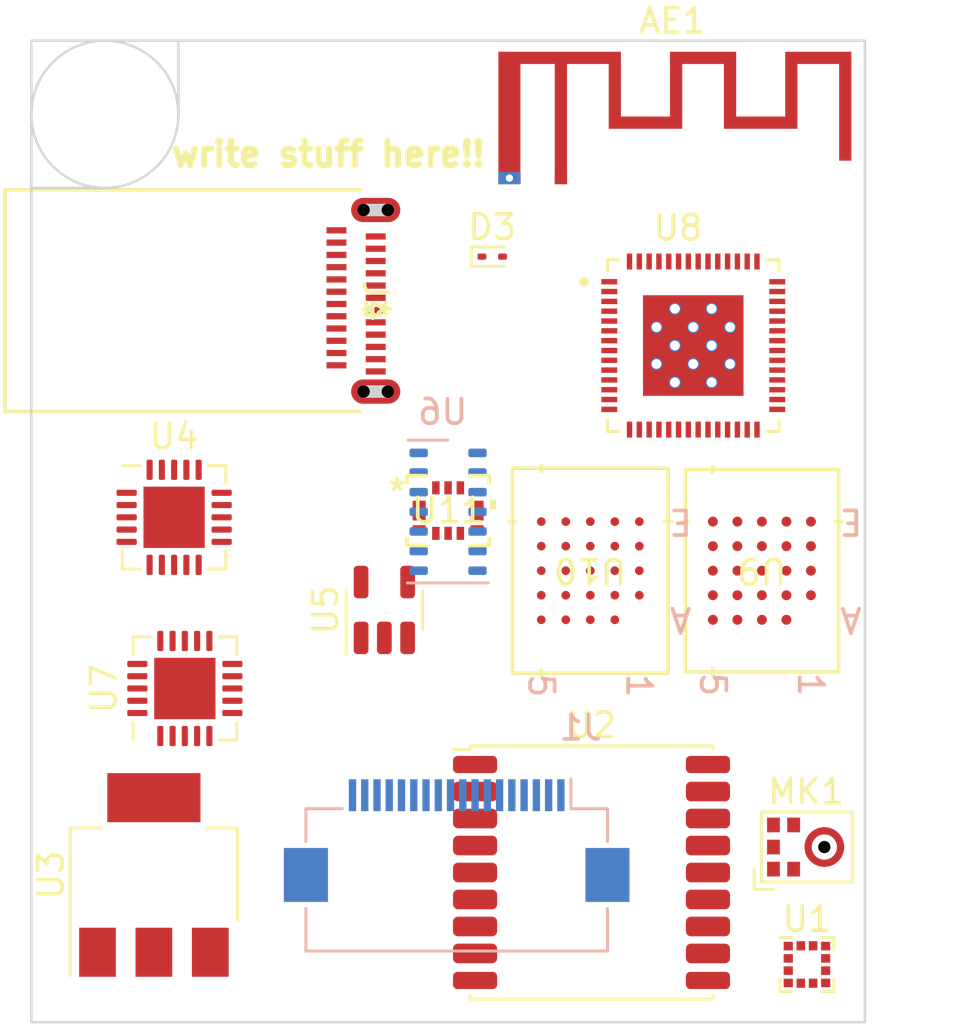
<source format=kicad_pcb>
(kicad_pcb (version 20221018) (generator pcbnew)
  (layers (0 "F.Cu" signal) (31 "B.Cu" signal) (34 "B.Paste" user) (35 "F.Paste" user) (36 "B.SilkS" user "B.Silkscreen") (37 "F.SilkS" user "F.Silkscreen") (38 "B.Mask" user) (39 "F.Mask" user) (44 "Edge.Cuts" user))
  (net 0 "")
  (net 18 "GND")
  (net 19 "+3V3")
  (net 21 "/MIC_WS")
  (net 26 "/MIC_SCK")
  (net 27 "/MIC_SD")
  (net 28 "/UART_MISO")
  (net 29 "Net-(U4-3V3OUT)")
  (net 30 "/UART_MOSI")
  (net 34 "/I2C1_SCL")
  (net 37 "/I2C1_SDA")
  (net 38 "Net-(U4-USBDP)")
  (net 39 "Net-(U5-BP)")
  (net 40 "+1V8")
  (net 60 "/SPI3_")
  (net 61 "/SPI2_")
  (net 66 "/HBT_INT")
  (net 68 "Net-(U1-C1)")
  (net 69 "Net-(U4-USBDM)")
  (net 70 "+BATT")
  (net 71 "+5V")
  (net 72 "Net-(U7-THERM)")
  (net 73 "Net-(J3-Pin_1)")
  (net 74 "Net-(U7-~{PG})")
  (net 75 "/BAT_STAT2")
  (net 76 "/BAT_STAT1")
  (net 77 "Net-(U7-PROG3)")
  (net 78 "Net-(U7-PROG1)")
  (net 79 "/SPI2_CS0")
  (net 80 "/GPIO39")
  (net 81 "/GPIO40")
  (net 90 "/GPIO41")
  (net 91 "/GPIO42")
  (net 100 "/IMU_Wakeup")
  (net 101 "/IMU_INT2")
  (net 107 "/ANT")
  (net 108 "Net-(U8-LNA_IN)")
  (net 109 "Net-(U8-CHIP_PU)")
  (net 110 "/MEM_CS1")
  (net 111 "/MEM_CS0")
  (net 112 "/MEM_CLK")
  (net 118 "/MEM_D3")
  (net 119 "/MEM_D2")
  (net 120 "/MEM_D1")
  (net 121 "/MEM_D0")
  (net 122 "/MEM_D4")
  (net 123 "/MEM_D5")
  (net 124 "/MEM_D6")
  (net 125 "/MEM_D7")
  (net 126 "/MEM_DQS")
  (net 133 "VMEM")
  (net 134 "Net-(U8-U0TXD)")
  (net 135 "Net-(U9-RESET#)")
  (net 136 "Net-(U8-VDD3P3)")
  (net 137 "Net-(U8-SPIHD)")
  (net 138 "Net-(U8-SPIWP)")
  (net 139 "Net-(U8-SPICLK)")
  (net 140 "Net-(U8-SPIQ)")
  (net 141 "Net-(U8-SPID)")
  (net 142 "/GPIO48")
  (net 143 "/GPIO47")
  (net 144 "Net-(U8-GPIO33)")
  (net 145 "Net-(U8-GPIO34)")
  (net 146 "Net-(U8-GPIO35)")
  (net 147 "Net-(U8-GPIO36)")
  (net 148 "Net-(U8-GPIO37)")
  (net 149 "/GPIO_45")
  (net 150 "Net-(U10-RESET#)")
  (net 154 "Net-(J4-CC1)")
  (net 155 "/USB_DP")
  (net 156 "/USB_DM")
  (net 162 "Net-(J4-CC2)")
  (footprint "Package_DFN_QFN:QFN-20-1EP_4x4mm_P0.5mm_EP2.5x2.5mm" (layer "F.Cu") (at 106.225 87.825)
    (fp_text reference "U4" (at 0 -3.3) (layer "F.SilkS"))
    (fp_text value "FT231XQ")
    (fp_line (start -2.11 2.11) (end -2.11 1.385) (stroke (width 0.12)) (layer "F.SilkS"))
    (fp_line (start -1.385 -2.11) (end -2.11 -2.11) (stroke (width 0.12)) (layer "F.SilkS"))
    (fp_line (start -1.385 2.11) (end -2.11 2.11) (stroke (width 0.12)) (layer "F.SilkS"))
    (fp_line (start 1.385 -2.11) (end 2.11 -2.11) (stroke (width 0.12)) (layer "F.SilkS"))
    (fp_line (start 1.385 2.11) (end 2.11 2.11) (stroke (width 0.12)) (layer "F.SilkS"))
    (fp_line (start 2.11 -2.11) (end 2.11 -1.385) (stroke (width 0.12)) (layer "F.SilkS"))
    (fp_line (start 2.11 2.11) (end 2.11 1.385) (stroke (width 0.12)) (layer "F.SilkS"))
    (pad "1" smd roundrect (at -1.9375 -1) (size 0.825 0.25) (layers "F.Cu" "F.Paste" "F.Mask") (net 28 "/UART_MISO"))
    (pad "2" smd roundrect (at -1.9375 -0.5) (size 0.825 0.25) (layers "F.Cu" "F.Paste" "F.Mask"))
    (pad "3" smd roundrect (at -1.9375 0) (size 0.825 0.25) (layers "F.Cu" "F.Paste" "F.Mask") (net 18 "GND"))
    (pad "4" smd roundrect (at -1.9375 0.5) (size 0.825 0.25) (layers "F.Cu" "F.Paste" "F.Mask"))
    (pad "5" smd roundrect (at -1.9375 1) (size 0.825 0.25) (layers "F.Cu" "F.Paste" "F.Mask"))
    (pad "6" smd roundrect (at -1 1.9375) (size 0.25 0.825) (layers "F.Cu" "F.Paste" "F.Mask"))
    (pad "7" smd roundrect (at -0.5 1.9375) (size 0.25 0.825) (layers "F.Cu" "F.Paste" "F.Mask"))
    (pad "8" smd roundrect (at 0 1.9375) (size 0.25 0.825) (layers "F.Cu" "F.Paste" "F.Mask") (net 38 "Net-(U4-USBDP)"))
    (pad "9" smd roundrect (at 0.5 1.9375) (size 0.25 0.825) (layers "F.Cu" "F.Paste" "F.Mask") (net 69 "Net-(U4-USBDM)"))
    (pad "10" smd roundrect (at 1 1.9375) (size 0.25 0.825) (layers "F.Cu" "F.Paste" "F.Mask") (net 29 "Net-(U4-3V3OUT)"))
    (pad "11" smd roundrect (at 1.9375 1) (size 0.825 0.25) (layers "F.Cu" "F.Paste" "F.Mask") (net 29 "Net-(U4-3V3OUT)"))
    (pad "12" smd roundrect (at 1.9375 0.5) (size 0.825 0.25) (layers "F.Cu" "F.Paste" "F.Mask") (net 71 "+5V"))
    (pad "13" smd roundrect (at 1.9375 0) (size 0.825 0.25) (layers "F.Cu" "F.Paste" "F.Mask") (net 18 "GND"))
    (pad "14" smd roundrect (at 1.9375 -0.5) (size 0.825 0.25) (layers "F.Cu" "F.Paste" "F.Mask"))
    (pad "15" smd roundrect (at 1.9375 -1) (size 0.825 0.25) (layers "F.Cu" "F.Paste" "F.Mask"))
    (pad "16" smd roundrect (at 1 -1.9375) (size 0.25 0.825) (layers "F.Cu" "F.Paste" "F.Mask"))
    (pad "17" smd roundrect (at 0.5 -1.9375) (size 0.25 0.825) (layers "F.Cu" "F.Paste" "F.Mask") (net 30 "/UART_MOSI"))
    (pad "18" smd roundrect (at 0 -1.9375) (size 0.25 0.825) (layers "F.Cu" "F.Paste" "F.Mask"))
    (pad "19" smd roundrect (at -0.5 -1.9375) (size 0.25 0.825) (layers "F.Cu" "F.Paste" "F.Mask"))
    (pad "20" smd roundrect (at -1 -1.9375) (size 0.25 0.825) (layers "F.Cu" "F.Paste" "F.Mask") (net 29 "Net-(U4-3V3OUT)"))
    (pad "21" smd rect (at 0 0) (size 2.5 2.5) (layers "F.Cu" "F.Mask") (net 18 "GND"))
  )
  (footprint "S80KS5123GABHI020:PG-BGA-24-801" (layer "F.Cu") (at 130.2 90 180)
    (fp_text reference "U9" (at 0 0 180 unlocked) (layer "F.SilkS"))
    (fp_text value "S80KS5123GABHI020")
    (fp_text user "E" (at -3.6322 2 180 unlocked) (layer "B.SilkS"))
    (fp_text user "A" (at -3.6322 -2 180 unlocked) (layer "B.SilkS"))
    (fp_text user "5" (at 2 -4.6355 270 unlocked) (layer "B.SilkS"))
    (fp_text user "1" (at -2 -4.6355 270 unlocked) (layer "B.SilkS"))
    (fp_text user "1" (at -2 -4.6355 270 unlocked) (layer "F.SilkS"))
    (fp_text user "5" (at 2 -4.6355 270 unlocked) (layer "F.SilkS"))
    (fp_text user "A" (at -3.6322 -2 180 unlocked) (layer "F.SilkS"))
    (fp_text user "E" (at -3.6322 2 180 unlocked) (layer "F.SilkS"))
    (fp_line (start -3.1242 -4.1275) (end -3.1242 4.1275) (stroke (width 0.1524)) (layer "F.SilkS"))
    (fp_line (start -3.1242 4.1275) (end 3.1242 4.1275) (stroke (width 0.1524)) (layer "F.SilkS"))
    (fp_line (start -2.9972 1.999996) (end -3.2512 1.999996) (stroke (width 0.1524)) (layer "F.SilkS"))
    (fp_line (start 1.999996 -4.0005) (end 1.999996 -4.2545) (stroke (width 0.1524)) (layer "F.SilkS"))
    (fp_line (start 1.999996 4.0005) (end 1.999996 4.2545) (stroke (width 0.1524)) (layer "F.SilkS"))
    (fp_line (start 2.9972 1.999996) (end 3.2512 1.999996) (stroke (width 0.1524)) (layer "F.SilkS"))
    (fp_line (start 3.1242 -4.1275) (end -3.1242 -4.1275) (stroke (width 0.1524)) (layer "F.SilkS"))
    (fp_line (start 3.1242 4.1275) (end 3.1242 -4.1275) (stroke (width 0.1524)) (layer "F.SilkS"))
    (pad "A2" smd circle (at -1 -2 180) (size 0.4064 0.4064) (layers "F.Cu" "F.Paste" "F.Mask"))
    (pad "A3" smd circle (at 0 -2 180) (size 0.4064 0.4064) (layers "F.Cu" "F.Paste" "F.Mask") (net 110 "/MEM_CS1"))
    (pad "A4" smd circle (at 1 -2 180) (size 0.4064 0.4064) (layers "F.Cu" "F.Paste" "F.Mask") (net 135 "Net-(U9-RESET#)"))
    (pad "A5" smd circle (at 2 -2 180) (size 0.4064 0.4064) (layers "F.Cu" "F.Paste" "F.Mask"))
    (pad "B1" smd circle (at -2 -1 180) (size 0.4064 0.4064) (layers "F.Cu" "F.Paste" "F.Mask") (net 18 "GND"))
    (pad "B2" smd circle (at -1 -1 180) (size 0.4064 0.4064) (layers "F.Cu" "F.Paste" "F.Mask") (net 112 "/MEM_CLK"))
    (pad "B3" smd circle (at 0 -1 180) (size 0.4064 0.4064) (layers "F.Cu" "F.Paste" "F.Mask") (net 18 "GND"))
    (pad "B4" smd circle (at 1 -1 180) (size 0.4064 0.4064) (layers "F.Cu" "F.Paste" "F.Mask") (net 133 "VMEM"))
    (pad "B5" smd circle (at 2 -1 180) (size 0.4064 0.4064) (layers "F.Cu" "F.Paste" "F.Mask"))
    (pad "C1" smd circle (at -2 0 180) (size 0.4064 0.4064) (layers "F.Cu" "F.Paste" "F.Mask") (net 18 "GND"))
    (pad "C2" smd circle (at -1 0 180) (size 0.4064 0.4064) (layers "F.Cu" "F.Paste" "F.Mask"))
    (pad "C3" smd circle (at 0 0 180) (size 0.4064 0.4064) (layers "F.Cu" "F.Paste" "F.Mask") (net 126 "/MEM_DQS"))
    (pad "C4" smd circle (at 1 0 180) (size 0.4064 0.4064) (layers "F.Cu" "F.Paste" "F.Mask") (net 119 "/MEM_D2"))
    (pad "C5" smd circle (at 2 0 180) (size 0.4064 0.4064) (layers "F.Cu" "F.Paste" "F.Mask"))
    (pad "D1" smd circle (at -2 1 180) (size 0.4064 0.4064) (layers "F.Cu" "F.Paste" "F.Mask") (net 133 "VMEM"))
    (pad "D2" smd circle (at -1 1 180) (size 0.4064 0.4064) (layers "F.Cu" "F.Paste" "F.Mask") (net 120 "/MEM_D1"))
    (pad "D3" smd circle (at 0 1 180) (size 0.4064 0.4064) (layers "F.Cu" "F.Paste" "F.Mask") (net 121 "/MEM_D0"))
    (pad "D4" smd circle (at 1 1 180) (size 0.4064 0.4064) (layers "F.Cu" "F.Paste" "F.Mask") (net 118 "/MEM_D3"))
    (pad "D5" smd circle (at 2 1 180) (size 0.4064 0.4064) (layers "F.Cu" "F.Paste" "F.Mask") (net 122 "/MEM_D4"))
    (pad "E1" smd circle (at -2 2 180) (size 0.4064 0.4064) (layers "F.Cu" "F.Paste" "F.Mask") (net 125 "/MEM_D7"))
    (pad "E2" smd circle (at -1 2 180) (size 0.4064 0.4064) (layers "F.Cu" "F.Paste" "F.Mask") (net 124 "/MEM_D6"))
    (pad "E3" smd circle (at 0 2 180) (size 0.4064 0.4064) (layers "F.Cu" "F.Paste" "F.Mask") (net 123 "/MEM_D5"))
    (pad "E4" smd circle (at 1 2 180) (size 0.4064 0.4064) (layers "F.Cu" "F.Paste" "F.Mask") (net 133 "VMEM"))
    (pad "E5" smd circle (at 2 2 180) (size 0.4064 0.4064) (layers "F.Cu" "F.Paste" "F.Mask") (net 18 "GND"))
  )
  (footprint "Package_TO_SOT_SMD:SOT-223-3_TabPin2" (layer "F.Cu") (at 105.4 102.4 90)
    (fp_text reference "U3" (at 0 -4.2 90) (layer "F.SilkS"))
    (fp_text value "AMS1117-3.3")
    (fp_line (start -4.1 -3.41) (end 1.91 -3.41) (stroke (width 0.12)) (layer "F.SilkS"))
    (fp_line (start -1.85 3.41) (end 1.91 3.41) (stroke (width 0.12)) (layer "F.SilkS"))
    (fp_line (start 1.91 -3.41) (end 1.91 -2.15) (stroke (width 0.12)) (layer "F.SilkS"))
    (fp_line (start 1.91 3.41) (end 1.91 2.15) (stroke (width 0.12)) (layer "F.SilkS"))
    (pad "1" smd rect (at -3.15 -2.3 90) (size 2 1.5) (layers "F.Cu" "F.Paste" "F.Mask") (net 18 "GND"))
    (pad "2" smd rect (at -3.15 0 90) (size 2 1.5) (layers "F.Cu" "F.Paste" "F.Mask") (net 19 "+3V3"))
    (pad "2" smd rect (at 3.15 0 90) (size 2 3.8) (layers "F.Cu" "F.Paste" "F.Mask") (net 19 "+3V3"))
    (pad "3" smd rect (at -3.15 2.3 90) (size 2 1.5) (layers "F.Cu" "F.Paste" "F.Mask") (net 70 "+BATT"))
  )
  (footprint "MX25UM51245G:CSP24_6X8X1.2_MAC" (layer "F.Cu") (at 123.2 90 180)
    (fp_text reference "U10" (at 0 0 180 unlocked) (layer "F.SilkS"))
    (fp_text value "MX25LM51245GXDI00")
    (fp_text user "E" (at -3.683 2 180 unlocked) (layer "B.SilkS"))
    (fp_text user "A" (at -3.683 -2 180 unlocked) (layer "B.SilkS"))
    (fp_text user "5" (at 2 -4.6863 270 unlocked) (layer "B.SilkS"))
    (fp_text user "1" (at -2 -4.6863 270 unlocked) (layer "B.SilkS"))
    (fp_text user "A" (at -3.683 -2 180 unlocked) (layer "F.SilkS"))
    (fp_text user "E" (at -3.683 2 180 unlocked) (layer "F.SilkS"))
    (fp_text user "5" (at 2 -4.6863 270 unlocked) (layer "F.SilkS"))
    (fp_text user "1" (at -2 -4.6863 270 unlocked) (layer "F.SilkS"))
    (fp_line (start -3.175 -4.1783) (end -3.175 4.1783) (stroke (width 0.1524)) (layer "F.SilkS"))
    (fp_line (start -3.175 4.1783) (end 3.175 4.1783) (stroke (width 0.1524)) (layer "F.SilkS"))
    (fp_line (start -3.048 1.999996) (end -3.302 1.999996) (stroke (width 0.1524)) (layer "F.SilkS"))
    (fp_line (start 1.999996 -4.0513) (end 1.999996 -4.3053) (stroke (width 0.1524)) (layer "F.SilkS"))
    (fp_line (start 1.999996 4.0513) (end 1.999996 4.3053) (stroke (width 0.1524)) (layer "F.SilkS"))
    (fp_line (start 3.048 1.999996) (end 3.302 1.999996) (stroke (width 0.1524)) (layer "F.SilkS"))
    (fp_line (start 3.175 -4.1783) (end -3.175 -4.1783) (stroke (width 0.1524)) (layer "F.SilkS"))
    (fp_line (start 3.175 4.1783) (end 3.175 -4.1783) (stroke (width 0.1524)) (layer "F.SilkS"))
    (pad "A2" smd circle (at -1 -2 180) (size 0.3556 0.3556) (layers "F.Cu" "F.Paste" "F.Mask"))
    (pad "A3" smd circle (at 0 -2 180) (size 0.3556 0.3556) (layers "F.Cu" "F.Paste" "F.Mask"))
    (pad "A4" smd circle (at 1 -2 180) (size 0.3556 0.3556) (layers "F.Cu" "F.Paste" "F.Mask") (net 150 "Net-(U10-RESET#)"))
    (pad "A5" smd circle (at 2 -2 180) (size 0.3556 0.3556) (layers "F.Cu" "F.Paste" "F.Mask"))
    (pad "B1" smd circle (at -2 -1 180) (size 0.3556 0.3556) (layers "F.Cu" "F.Paste" "F.Mask"))
    (pad "B2" smd circle (at -1 -1 180) (size 0.3556 0.3556) (layers "F.Cu" "F.Paste" "F.Mask") (net 112 "/MEM_CLK"))
    (pad "B3" smd circle (at 0 -1 180) (size 0.3556 0.3556) (layers "F.Cu" "F.Paste" "F.Mask") (net 18 "GND"))
    (pad "B4" smd circle (at 1 -1 180) (size 0.3556 0.3556) (layers "F.Cu" "F.Paste" "F.Mask") (net 133 "VMEM"))
    (pad "B5" smd circle (at 2 -1 180) (size 0.3556 0.3556) (layers "F.Cu" "F.Paste" "F.Mask"))
    (pad "C1" smd circle (at -2 0 180) (size 0.3556 0.3556) (layers "F.Cu" "F.Paste" "F.Mask") (net 18 "GND"))
    (pad "C2" smd circle (at -1 0 180) (size 0.3556 0.3556) (layers "F.Cu" "F.Paste" "F.Mask") (net 111 "/MEM_CS0"))
    (pad "C3" smd circle (at 0 0 180) (size 0.3556 0.3556) (layers "F.Cu" "F.Paste" "F.Mask") (net 126 "/MEM_DQS"))
    (pad "C4" smd circle (at 1 0 180) (size 0.3556 0.3556) (layers "F.Cu" "F.Paste" "F.Mask") (net 119 "/MEM_D2"))
    (pad "C5" smd circle (at 2 0 180) (size 0.3556 0.3556) (layers "F.Cu" "F.Paste" "F.Mask"))
    (pad "D1" smd circle (at -2 1 180) (size 0.3556 0.3556) (layers "F.Cu" "F.Paste" "F.Mask") (net 133 "VMEM"))
    (pad "D2" smd circle (at -1 1 180) (size 0.3556 0.3556) (layers "F.Cu" "F.Paste" "F.Mask") (net 120 "/MEM_D1"))
    (pad "D3" smd circle (at 0 1 180) (size 0.3556 0.3556) (layers "F.Cu" "F.Paste" "F.Mask") (net 121 "/MEM_D0"))
    (pad "D4" smd circle (at 1 1 180) (size 0.3556 0.3556) (layers "F.Cu" "F.Paste" "F.Mask") (net 118 "/MEM_D3"))
    (pad "D5" smd circle (at 2 1 180) (size 0.3556 0.3556) (layers "F.Cu" "F.Paste" "F.Mask") (net 122 "/MEM_D4"))
    (pad "E1" smd circle (at -2 2 180) (size 0.3556 0.3556) (layers "F.Cu" "F.Paste" "F.Mask") (net 125 "/MEM_D7"))
    (pad "E2" smd circle (at -1 2 180) (size 0.3556 0.3556) (layers "F.Cu" "F.Paste" "F.Mask") (net 124 "/MEM_D6"))
    (pad "E3" smd circle (at 0 2 180) (size 0.3556 0.3556) (layers "F.Cu" "F.Paste" "F.Mask") (net 123 "/MEM_D5"))
    (pad "E4" smd circle (at 1 2 180) (size 0.3556 0.3556) (layers "F.Cu" "F.Paste" "F.Mask") (net 133 "VMEM"))
    (pad "E5" smd circle (at 2 2 180) (size 0.3556 0.3556) (layers "F.Cu" "F.Paste" "F.Mask") (net 18 "GND"))
  )
  (footprint "Sensor_Audio:InvenSense_ICS-43434-6_3.5x2.65mm" (layer "F.Cu") (at 132.036 101.2625 90)
    (fp_text reference "MK1" (at 2.2625 -0.036 unlocked) (layer "F.SilkS"))
    (fp_text value "ICS-43434")
    (fp_line (start -1.725 -2.15) (end -1.725 -1.35) (stroke (width 0.12)) (layer "F.SilkS"))
    (fp_line (start -0.925 -2.15) (end -1.725 -2.15) (stroke (width 0.12)) (layer "F.SilkS"))
    (fp_rect (start -1.425 -1.85) (end 1.425 1.85) (stroke (width 0.12)) (fill none) (layer "F.SilkS"))
    (pad "" np_thru_hole circle (at 0 0.71 90) (size 0.5 0.5) (drill 0.5) (layers "*.Mask"))
    (pad "1" smd rect (at -0.9 -1.364 90) (size 0.6 0.522) (layers "F.Cu" "F.Mask") (net 21 "/MIC_WS"))
    (pad "2" smd rect (at -0.9 -0.542 90) (size 0.6 0.522) (layers "F.Cu" "F.Mask") (net 18 "GND"))
    (pad "3" smd custom (at 0.6625 0.71 180) (size 0.3 0.3) (layers "F.Cu" "F.Mask") (net 18 "GND") (options (clearance outline) (anchor circle)) (primitives (gr_circle (center 0 -0.6625) (end 0.6625 -0.6625) (width 0.3) (fill none))))
    (pad "4" smd rect (at 0.9 -0.542 90) (size 0.6 0.522) (layers "F.Cu" "F.Mask") (net 26 "/MIC_SCK"))
    (pad "5" smd rect (at 0.9 -1.364 90) (size 0.6 0.522) (layers "F.Cu" "F.Mask") (net 19 "+3V3"))
    (pad "6" smd rect (at 0 -1.364 90) (size 0.6 0.522) (layers "F.Cu" "F.Mask") (net 27 "/MIC_SD"))
  )
  (footprint "ESP32-S3:IC_ESP32-S3" (layer "F.Cu") (at 127.4 80.825)
    (fp_text reference "U8" (at -0.625 -4.8) (layer "F.SilkS"))
    (fp_text value "ESP32-S3")
    (fp_line (start -3.5 -3.5) (end -3.5 -3.03) (stroke (width 0.127)) (layer "F.SilkS"))
    (fp_line (start -3.5 -3.5) (end -3.03 -3.5) (stroke (width 0.127)) (layer "F.SilkS"))
    (fp_line (start -3.5 3.5) (end -3.5 3.03) (stroke (width 0.127)) (layer "F.SilkS"))
    (fp_line (start -3.5 3.5) (end -3.03 3.5) (stroke (width 0.127)) (layer "F.SilkS"))
    (fp_line (start 3.5 -3.5) (end 3.03 -3.5) (stroke (width 0.127)) (layer "F.SilkS"))
    (fp_line (start 3.5 -3.5) (end 3.5 -3.03) (stroke (width 0.127)) (layer "F.SilkS"))
    (fp_line (start 3.5 3.5) (end 3.03 3.5) (stroke (width 0.127)) (layer "F.SilkS"))
    (fp_line (start 3.5 3.5) (end 3.5 3.03) (stroke (width 0.127)) (layer "F.SilkS"))
    (fp_circle (center -4.455 -2.6) (end -4.355 -2.6) (stroke (width 0.2)) (fill none) (layer "F.SilkS"))
    (pad "1" smd rect (at -3.425 -2.6) (size 0.65 0.22) (layers "F.Cu" "F.Paste") (net 108 "Net-(U8-LNA_IN)"))
    (pad "2" smd rect (at -3.425 -2.2) (size 0.65 0.22) (layers "F.Cu" "F.Paste") (net 136 "Net-(U8-VDD3P3)"))
    (pad "3" smd rect (at -3.425 -1.8) (size 0.65 0.22) (layers "F.Cu" "F.Paste") (net 136 "Net-(U8-VDD3P3)"))
    (pad "4" smd rect (at -3.425 -1.4) (size 0.65 0.22) (layers "F.Cu" "F.Paste") (net 109 "Net-(U8-CHIP_PU)"))
    (pad "5" smd rect (at -3.425 -1) (size 0.65 0.22) (layers "F.Cu" "F.Paste"))
    (pad "6" smd rect (at -3.425 -0.6) (size 0.65 0.22) (layers "F.Cu" "F.Paste"))
    (pad "7" smd rect (at -3.425 -0.2) (size 0.65 0.22) (layers "F.Cu" "F.Paste") (net 34 "/I2C1_SCL"))
    (pad "8" smd rect (at -3.425 0.2) (size 0.65 0.22) (layers "F.Cu" "F.Paste") (net 37 "/I2C1_SDA"))
    (pad "9" smd rect (at -3.425 0.6) (size 0.65 0.22) (layers "F.Cu" "F.Paste") (net 60 "/SPI3_"))
    (pad "10" smd rect (at -3.425 1) (size 0.65 0.22) (layers "F.Cu" "F.Paste") (net 60 "/SPI3_"))
    (pad "11" smd rect (at -3.425 1.4) (size 0.65 0.22) (layers "F.Cu" "F.Paste") (net 60 "/SPI3_"))
    (pad "12" smd rect (at -3.425 1.8) (size 0.65 0.22) (layers "F.Cu" "F.Paste") (net 60 "/SPI3_"))
    (pad "13" smd rect (at -3.425 2.2) (size 0.65 0.22) (layers "F.Cu" "F.Paste"))
    (pad "14" smd rect (at -3.425 2.6) (size 0.65 0.22) (layers "F.Cu" "F.Paste") (net 61 "/SPI2_"))
    (pad "15" smd rect (at -2.6 3.425) (size 0.22 0.65) (layers "F.Cu" "F.Paste") (net 79 "/SPI2_CS0"))
    (pad "16" smd rect (at -2.2 3.425) (size 0.22 0.65) (layers "F.Cu" "F.Paste") (net 61 "/SPI2_"))
    (pad "17" smd rect (at -1.8 3.425) (size 0.22 0.65) (layers "F.Cu" "F.Paste") (net 61 "/SPI2_"))
    (pad "18" smd rect (at -1.4 3.425) (size 0.22 0.65) (layers "F.Cu" "F.Paste") (net 61 "/SPI2_"))
    (pad "19" smd rect (at -1 3.425) (size 0.22 0.65) (layers "F.Cu" "F.Paste") (net 61 "/SPI2_"))
    (pad "20" smd rect (at -0.6 3.425) (size 0.22 0.65) (layers "F.Cu" "F.Paste") (net 19 "+3V3"))
    (pad "21" smd rect (at -0.2 3.425) (size 0.22 0.65) (layers "F.Cu" "F.Paste"))
    (pad "22" smd rect (at 0.2 3.425) (size 0.22 0.65) (layers "F.Cu" "F.Paste"))
    (pad "23" smd rect (at 0.6 3.425) (size 0.22 0.65) (layers "F.Cu" "F.Paste"))
    (pad "24" smd rect (at 1 3.425) (size 0.22 0.65) (layers "F.Cu" "F.Paste"))
    (pad "25" smd rect (at 1.4 3.425) (size 0.22 0.65) (layers "F.Cu" "F.Paste"))
    (pad "26" smd rect (at 1.8 3.425) (size 0.22 0.65) (layers "F.Cu" "F.Paste"))
    (pad "27" smd rect (at 2.2 3.425) (size 0.22 0.65) (layers "F.Cu" "F.Paste"))
    (pad "28" smd rect (at 2.6 3.425) (size 0.22 0.65) (layers "F.Cu" "F.Paste") (net 110 "/MEM_CS1"))
    (pad "29" smd rect (at 3.425 2.6) (size 0.65 0.22) (layers "F.Cu" "F.Paste") (net 133 "VMEM"))
    (pad "30" smd rect (at 3.425 2.2) (size 0.65 0.22) (layers "F.Cu" "F.Paste") (net 137 "Net-(U8-SPIHD)"))
    (pad "31" smd rect (at 3.425 1.8) (size 0.65 0.22) (layers "F.Cu" "F.Paste") (net 138 "Net-(U8-SPIWP)"))
    (pad "32" smd rect (at 3.425 1.4) (size 0.65 0.22) (layers "F.Cu" "F.Paste") (net 111 "/MEM_CS0"))
    (pad "33" smd rect (at 3.425 1) (size 0.65 0.22) (layers "F.Cu" "F.Paste") (net 139 "Net-(U8-SPICLK)"))
    (pad "34" smd rect (at 3.425 0.6) (size 0.65 0.22) (layers "F.Cu" "F.Paste") (net 140 "Net-(U8-SPIQ)"))
    (pad "35" smd rect (at 3.425 0.2) (size 0.65 0.22) (layers "F.Cu" "F.Paste") (net 141 "Net-(U8-SPID)"))
    (pad "36" smd rect (at 3.425 -0.2) (size 0.65 0.22) (layers "F.Cu" "F.Paste") (net 142 "/GPIO48"))
    (pad "37" smd rect (at 3.425 -0.6) (size 0.65 0.22) (layers "F.Cu" "F.Paste") (net 143 "/GPIO47"))
    (pad "38" smd rect (at 3.425 -1) (size 0.65 0.22) (layers "F.Cu" "F.Paste") (net 144 "Net-(U8-GPIO33)"))
    (pad "39" smd rect (at 3.425 -1.4) (size 0.65 0.22) (layers "F.Cu" "F.Paste") (net 145 "Net-(U8-GPIO34)"))
    (pad "40" smd rect (at 3.425 -1.8) (size 0.65 0.22) (layers "F.Cu" "F.Paste") (net 146 "Net-(U8-GPIO35)"))
    (pad "41" smd rect (at 3.425 -2.2) (size 0.65 0.22) (layers "F.Cu" "F.Paste") (net 147 "Net-(U8-GPIO36)"))
    (pad "42" smd rect (at 3.425 -2.6) (size 0.65 0.22) (layers "F.Cu" "F.Paste") (net 148 "Net-(U8-GPIO37)"))
    (pad "43" smd rect (at 2.6 -3.425) (size 0.22 0.65) (layers "F.Cu" "F.Paste"))
    (pad "44" smd rect (at 2.2 -3.425) (size 0.22 0.65) (layers "F.Cu" "F.Paste") (net 80 "/GPIO39"))
    (pad "45" smd rect (at 1.8 -3.425) (size 0.22 0.65) (layers "F.Cu" "F.Paste") (net 81 "/GPIO40"))
    (pad "46" smd rect (at 1.4 -3.425) (size 0.22 0.65) (layers "F.Cu" "F.Paste") (net 19 "+3V3"))
    (pad "47" smd rect (at 1 -3.425) (size 0.22 0.65) (layers "F.Cu" "F.Paste") (net 90 "/GPIO41"))
    (pad "48" smd rect (at 0.6 -3.425) (size 0.22 0.65) (layers "F.Cu" "F.Paste") (net 91 "/GPIO42"))
    (pad "49" smd rect (at 0.2 -3.425) (size 0.22 0.65) (layers "F.Cu" "F.Paste") (net 134 "Net-(U8-U0TXD)"))
    (pad "50" smd rect (at -0.2 -3.425) (size 0.22 0.65) (layers "F.Cu" "F.Paste") (net 30 "/UART_MOSI"))
    (pad "51" smd rect (at -0.6 -3.425) (size 0.22 0.65) (layers "F.Cu" "F.Paste") (net 149 "/GPIO_45"))
    (pad "52" smd rect (at -1 -3.425) (size 0.22 0.65) (layers "F.Cu" "F.Paste"))
    (pad "53" smd rect (at -1.4 -3.425) (size 0.22 0.65) (layers "F.Cu" "F.Paste"))
    (pad "54" smd rect (at -1.8 -3.425) (size 0.22 0.65) (layers "F.Cu" "F.Paste"))
    (pad "55" smd rect (at -2.2 -3.425) (size 0.22 0.65) (layers "F.Cu" "F.Paste") (net 19 "+3V3"))
    (pad "56" smd rect (at -2.6 -3.425) (size 0.22 0.65) (layers "F.Cu" "F.Paste") (net 19 "+3V3"))
    (pad "57" smd rect (at 0 0) (size 4.1 4.1) (layers "F.Cu" "F.Mask") (net 18 "GND"))
    (pad "58" thru_hole circle (at -0.75 -1.5) (size 0.5 0.5) (drill 0.4) (layers "*.Cu"))
    (pad "59" thru_hole circle (at 0.75 -1.5) (size 0.5 0.5) (drill 0.4) (layers "*.Cu"))
    (pad "60" thru_hole circle (at -1.5 -0.75) (size 0.5 0.5) (drill 0.4) (layers "*.Cu"))
    (pad "61" thru_hole circle (at 0 -0.75) (size 0.5 0.5) (drill 0.4) (layers "*.Cu"))
    (pad "62" thru_hole circle (at 1.5 -0.75) (size 0.5 0.5) (drill 0.4) (layers "*.Cu"))
    (pad "63" thru_hole circle (at -0.75 0) (size 0.5 0.5) (drill 0.4) (layers "*.Cu"))
    (pad "64" thru_hole circle (at 0.75 0) (size 0.5 0.5) (drill 0.4) (layers "*.Cu"))
    (pad "65" thru_hole circle (at -1.5 0.75) (size 0.5 0.5) (drill 0.4) (layers "*.Cu"))
    (pad "66" thru_hole circle (at 0 0.75) (size 0.5 0.5) (drill 0.4) (layers "*.Cu"))
    (pad "67" thru_hole circle (at 1.5 0.75) (size 0.5 0.5) (drill 0.4) (layers "*.Cu"))
    (pad "68" thru_hole circle (at -0.75 1.5) (size 0.5 0.5) (drill 0.4) (layers "*.Cu"))
    (pad "69" thru_hole circle (at 0.75 1.5) (size 0.5 0.5) (drill 0.4) (layers "*.Cu"))
  )
  (footprint "LSM6DSV16XTR:LGA14L_LSM6_STM" (layer "F.Cu") (at 117.4 87.549937)
    (fp_text reference "U11" (at 0 0 unlocked) (layer "F.SilkS"))
    (fp_text value "LSM6DSV16XTR")
    (fp_text user "*" (at -2.0828 -0.750189) (layer "F.SilkS"))
    (fp_text user "*" (at -2.0828 -0.750189 unlocked) (layer "F.SilkS"))
    (fp_line (start -1.6764 -1.4224) (end -1.6764 -1.14437) (stroke (width 0.1524)) (layer "F.SilkS"))
    (fp_line (start -1.6764 1.14437) (end -1.6764 1.4224) (stroke (width 0.1524)) (layer "F.SilkS"))
    (fp_line (start -1.6764 1.4224) (end -0.894307 1.4224) (stroke (width 0.1524)) (layer "F.SilkS"))
    (fp_line (start -0.894307 -1.4224) (end -1.6764 -1.4224) (stroke (width 0.1524)) (layer "F.SilkS"))
    (fp_line (start 0.894307 1.4224) (end 1.6764 1.4224) (stroke (width 0.1524)) (layer "F.SilkS"))
    (fp_line (start 1.6764 -1.4224) (end 0.894307 -1.4224) (stroke (width 0.1524)) (layer "F.SilkS"))
    (fp_line (start 1.6764 -1.14437) (end 1.6764 -1.4224) (stroke (width 0.1524)) (layer "F.SilkS"))
    (fp_line (start 1.6764 1.4224) (end 1.6764 1.14437) (stroke (width 0.1524)) (layer "F.SilkS"))
    (fp_poly (pts (xy 1.9558 -0.440563) (xy 1.9558 -0.059563) (xy 1.7018 -0.059563) (xy 1.7018 -0.440563)) (fill solid) (layer "F.SilkS"))
    (pad "1" smd rect (at -1.1811 -0.750189 90) (size 0.3048 0.5334) (layers "F.Cu" "F.Paste" "F.Mask"))
    (pad "2" smd rect (at -1.1811 -0.250063 90) (size 0.3048 0.5334) (layers "F.Cu" "F.Paste" "F.Mask"))
    (pad "3" smd rect (at -1.1811 0.250063 90) (size 0.3048 0.5334) (layers "F.Cu" "F.Paste" "F.Mask"))
    (pad "4" smd rect (at -1.1811 0.750189 90) (size 0.3048 0.5334) (layers "F.Cu" "F.Paste" "F.Mask") (net 100 "/IMU_Wakeup"))
    (pad "5" smd rect (at -0.500126 0.9271) (size 0.3048 0.5334) (layers "F.Cu" "F.Paste" "F.Mask") (net 19 "+3V3"))
    (pad "6" smd rect (at 0 0.9271) (size 0.3048 0.5334) (layers "F.Cu" "F.Paste" "F.Mask") (net 18 "GND"))
    (pad "7" smd rect (at 0.500126 0.9271) (size 0.3048 0.5334) (layers "F.Cu" "F.Paste" "F.Mask") (net 18 "GND"))
    (pad "8" smd rect (at 1.1811 0.750189 90) (size 0.3048 0.5334) (layers "F.Cu" "F.Paste" "F.Mask") (net 19 "+3V3"))
    (pad "9" smd rect (at 1.1811 0.250063 90) (size 0.3048 0.5334) (layers "F.Cu" "F.Paste" "F.Mask") (net 101 "/IMU_INT2"))
    (pad "10" smd rect (at 1.1811 -0.250063 90) (size 0.3048 0.5334) (layers "F.Cu" "F.Paste" "F.Mask"))
    (pad "11" smd rect (at 1.1811 -0.750189 90) (size 0.3048 0.5334) (layers "F.Cu" "F.Paste" "F.Mask"))
    (pad "12" smd rect (at 0.500126 -0.9271) (size 0.3048 0.5334) (layers "F.Cu" "F.Paste" "F.Mask"))
    (pad "13" smd rect (at 0 -0.9271) (size 0.3048 0.5334) (layers "F.Cu" "F.Paste" "F.Mask"))
    (pad "14" smd rect (at -0.500126 -0.9271) (size 0.3048 0.5334) (layers "F.Cu" "F.Paste" "F.Mask"))
  )
  (footprint "Diode_SMD:D_SOD-923" (layer "F.Cu") (at 119.2 77.2)
    (fp_text reference "D3" (at 0 -1.2) (layer "F.SilkS"))
    (fp_text value "ESD9B5.0ST5G")
    (fp_line (start -0.86 -0.4) (end -0.86 0.4) (stroke (width 0.12)) (layer "F.SilkS"))
    (fp_line (start 0.5 -0.4) (end -0.86 -0.4) (stroke (width 0.12)) (layer "F.SilkS"))
    (fp_line (start 0.5 0.4) (end -0.86 0.4) (stroke (width 0.12)) (layer "F.SilkS"))
    (pad "1" smd roundrect (at -0.42 0 180) (size 0.36 0.25) (layers "F.Cu" "F.Paste" "F.Mask") (net 71 "+5V"))
    (pad "2" smd roundrect (at 0.42 0 180) (size 0.36 0.25) (layers "F.Cu" "F.Paste" "F.Mask") (net 18 "GND"))
  )
  (footprint "RF_GPS:ublox_MAX" (layer "F.Cu") (at 123.25 102.3)
    (fp_text reference "U2" (at 0 -6) (layer "F.SilkS"))
    (fp_text value "MAX-M10M")
    (fp_line (start -5.65 -5.01) (end -4.96 -5.01) (stroke (width 0.12)) (layer "F.SilkS"))
    (fp_line (start -4.96 -5.16) (end -4.96 -5.01) (stroke (width 0.12)) (layer "F.SilkS"))
    (fp_line (start -4.96 -5.16) (end 4.96 -5.16) (stroke (width 0.12)) (layer "F.SilkS"))
    (fp_line (start -4.96 5.01) (end -4.96 5.16) (stroke (width 0.12)) (layer "F.SilkS"))
    (fp_line (start -4.96 5.16) (end 4.96 5.16) (stroke (width 0.12)) (layer "F.SilkS"))
    (fp_line (start 4.96 -5.16) (end 4.96 -5.01) (stroke (width 0.12)) (layer "F.SilkS"))
    (fp_line (start 4.96 5.01) (end 4.96 5.16) (stroke (width 0.12)) (layer "F.SilkS"))
    (pad "1" smd roundrect (at -4.75 -4.4) (size 1.8 0.7) (layers "F.Cu" "F.Paste" "F.Mask") (net 18 "GND"))
    (pad "2" smd roundrect (at -4.75 -3.3) (size 1.8 0.8) (layers "F.Cu" "F.Paste" "F.Mask"))
    (pad "3" smd roundrect (at -4.75 -2.2) (size 1.8 0.8) (layers "F.Cu" "F.Paste" "F.Mask"))
    (pad "4" smd roundrect (at -4.75 -1.1) (size 1.8 0.8) (layers "F.Cu" "F.Paste" "F.Mask"))
    (pad "5" smd roundrect (at -4.75 0) (size 1.8 0.8) (layers "F.Cu" "F.Paste" "F.Mask"))
    (pad "6" smd roundrect (at -4.75 1.1) (size 1.8 0.8) (layers "F.Cu" "F.Paste" "F.Mask"))
    (pad "7" smd roundrect (at -4.75 2.2) (size 1.8 0.8) (layers "F.Cu" "F.Paste" "F.Mask") (net 19 "+3V3"))
    (pad "8" smd roundrect (at -4.75 3.3) (size 1.8 0.8) (layers "F.Cu" "F.Paste" "F.Mask") (net 19 "+3V3"))
    (pad "9" smd roundrect (at -4.75 4.4) (size 1.8 0.7) (layers "F.Cu" "F.Paste" "F.Mask"))
    (pad "10" smd roundrect (at 4.75 4.4) (size 1.8 0.7) (layers "F.Cu" "F.Paste" "F.Mask") (net 18 "GND"))
    (pad "11" smd roundrect (at 4.75 3.3) (size 1.8 0.8) (layers "F.Cu" "F.Paste" "F.Mask"))
    (pad "12" smd roundrect (at 4.75 2.2) (size 1.8 0.8) (layers "F.Cu" "F.Paste" "F.Mask") (net 18 "GND"))
    (pad "13" smd roundrect (at 4.75 1.1) (size 1.8 0.8) (layers "F.Cu" "F.Paste" "F.Mask"))
    (pad "14" smd roundrect (at 4.75 0) (size 1.8 0.8) (layers "F.Cu" "F.Paste" "F.Mask"))
    (pad "15" smd roundrect (at 4.75 -1.1) (size 1.8 0.8) (layers "F.Cu" "F.Paste" "F.Mask"))
    (pad "16" smd roundrect (at 4.75 -2.2) (size 1.8 0.8) (layers "F.Cu" "F.Paste" "F.Mask"))
    (pad "17" smd roundrect (at 4.75 -3.3) (size 1.8 0.8) (layers "F.Cu" "F.Paste" "F.Mask"))
    (pad "18" smd roundrect (at 4.75 -4.4) (size 1.8 0.7) (layers "F.Cu" "F.Paste" "F.Mask"))
  )
  (footprint "Package_DFN_QFN:QFN-20-1EP_4x4mm_P0.5mm_EP2.5x2.5mm" (layer "F.Cu") (at 106.6625 94.8 90)
    (fp_text reference "U7" (at 0 -3.3 90) (layer "F.SilkS"))
    (fp_text value "MCP73871-2AA")
    (fp_line (start -2.11 2.11) (end -2.11 1.385) (stroke (width 0.12)) (layer "F.SilkS"))
    (fp_line (start -1.385 -2.11) (end -2.11 -2.11) (stroke (width 0.12)) (layer "F.SilkS"))
    (fp_line (start -1.385 2.11) (end -2.11 2.11) (stroke (width 0.12)) (layer "F.SilkS"))
    (fp_line (start 1.385 -2.11) (end 2.11 -2.11) (stroke (width 0.12)) (layer "F.SilkS"))
    (fp_line (start 1.385 2.11) (end 2.11 2.11) (stroke (width 0.12)) (layer "F.SilkS"))
    (fp_line (start 2.11 -2.11) (end 2.11 -1.385) (stroke (width 0.12)) (layer "F.SilkS"))
    (fp_line (start 2.11 2.11) (end 2.11 1.385) (stroke (width 0.12)) (layer "F.SilkS"))
    (pad "1" smd roundrect (at -1.9375 -1 90) (size 0.825 0.25) (layers "F.Cu" "F.Paste" "F.Mask") (net 70 "+BATT"))
    (pad "2" smd roundrect (at -1.9375 -0.5 90) (size 0.825 0.25) (layers "F.Cu" "F.Paste" "F.Mask") (net 71 "+5V"))
    (pad "3" smd roundrect (at -1.9375 0 90) (size 0.825 0.25) (layers "F.Cu" "F.Paste" "F.Mask") (net 18 "GND"))
    (pad "4" smd roundrect (at -1.9375 0.5 90) (size 0.825 0.25) (layers "F.Cu" "F.Paste" "F.Mask") (net 40 "+1V8"))
    (pad "5" smd roundrect (at -1.9375 1 90) (size 0.825 0.25) (layers "F.Cu" "F.Paste" "F.Mask") (net 72 "Net-(U7-THERM)"))
    (pad "6" smd roundrect (at -1 1.9375 90) (size 0.25 0.825) (layers "F.Cu" "F.Paste" "F.Mask") (net 74 "Net-(U7-~{PG})"))
    (pad "7" smd roundrect (at -0.5 1.9375 90) (size 0.25 0.825) (layers "F.Cu" "F.Paste" "F.Mask") (net 75 "/BAT_STAT2"))
    (pad "8" smd roundrect (at 0 1.9375 90) (size 0.25 0.825) (layers "F.Cu" "F.Paste" "F.Mask") (net 76 "/BAT_STAT1"))
    (pad "9" smd roundrect (at 0.5 1.9375 90) (size 0.25 0.825) (layers "F.Cu" "F.Paste" "F.Mask") (net 18 "GND"))
    (pad "10" smd roundrect (at 1 1.9375 90) (size 0.25 0.825) (layers "F.Cu" "F.Paste" "F.Mask") (net 18 "GND"))
    (pad "11" smd roundrect (at 1.9375 1 90) (size 0.825 0.25) (layers "F.Cu" "F.Paste" "F.Mask") (net 18 "GND"))
    (pad "12" smd roundrect (at 1.9375 0.5 90) (size 0.825 0.25) (layers "F.Cu" "F.Paste" "F.Mask") (net 77 "Net-(U7-PROG3)"))
    (pad "13" smd roundrect (at 1.9375 0 90) (size 0.825 0.25) (layers "F.Cu" "F.Paste" "F.Mask") (net 78 "Net-(U7-PROG1)"))
    (pad "14" smd roundrect (at 1.9375 -0.5 90) (size 0.825 0.25) (layers "F.Cu" "F.Paste" "F.Mask") (net 73 "Net-(J3-Pin_1)"))
    (pad "15" smd roundrect (at 1.9375 -1 90) (size 0.825 0.25) (layers "F.Cu" "F.Paste" "F.Mask") (net 73 "Net-(J3-Pin_1)"))
    (pad "16" smd roundrect (at 1 -1.9375 90) (size 0.25 0.825) (layers "F.Cu" "F.Paste" "F.Mask") (net 73 "Net-(J3-Pin_1)"))
    (pad "17" smd roundrect (at 0.5 -1.9375 90) (size 0.25 0.825) (layers "F.Cu" "F.Paste" "F.Mask") (net 40 "+1V8"))
    (pad "18" smd roundrect (at 0 -1.9375 90) (size 0.25 0.825) (layers "F.Cu" "F.Paste" "F.Mask") (net 71 "+5V"))
    (pad "19" smd roundrect (at -0.5 -1.9375 90) (size 0.25 0.825) (layers "F.Cu" "F.Paste" "F.Mask") (net 71 "+5V"))
    (pad "20" smd roundrect (at -1 -1.9375 90) (size 0.25 0.825) (layers "F.Cu" "F.Paste" "F.Mask") (net 70 "+BATT"))
    (pad "21" smd rect (at 0 0 90) (size 2.5 2.5) (layers "F.Cu" "F.Mask") (net 18 "GND"))
  )
  (footprint "Package_LGA:LGA-12_2x2mm_P0.5mm" (layer "F.Cu") (at 132.0375 106.05)
    (fp_text reference "U1" (at 0 -1.85) (layer "F.SilkS"))
    (fp_text value "LIS3MDL")
    (fp_line (start -1.1 -1.1) (end -1.1 -1.1) (stroke (width 0.12)) (layer "F.SilkS"))
    (fp_line (start -1.1 0.6) (end -1.1 0.6) (stroke (width 0.12)) (layer "F.SilkS"))
    (fp_line (start -1.1 1.1) (end -1.1 0.6) (stroke (width 0.12)) (layer "F.SilkS"))
    (fp_line (start -0.6 -1.1) (end -1.1 -1.1) (stroke (width 0.12)) (layer "F.SilkS"))
    (fp_line (start -0.6 1.1) (end -1.1 1.1) (stroke (width 0.12)) (layer "F.SilkS"))
    (fp_line (start 0.6 -1.1) (end 1.1 -1.1) (stroke (width 0.12)) (layer "F.SilkS"))
    (fp_line (start 0.6 1.1) (end 0.6 1.1) (stroke (width 0.12)) (layer "F.SilkS"))
    (fp_line (start 1.1 -1.1) (end 1.1 -0.6) (stroke (width 0.12)) (layer "F.SilkS"))
    (fp_line (start 1.1 -0.6) (end 1.1 -0.6) (stroke (width 0.12)) (layer "F.SilkS"))
    (fp_line (start 1.1 0.6) (end 1.1 1.1) (stroke (width 0.12)) (layer "F.SilkS"))
    (fp_line (start 1.1 1.1) (end 0.6 1.1) (stroke (width 0.12)) (layer "F.SilkS"))
    (pad "1" smd rect (at -0.7625 -0.75) (size 0.375 0.35) (layers "F.Cu" "F.Paste" "F.Mask"))
    (pad "2" smd rect (at -0.7625 -0.25) (size 0.375 0.35) (layers "F.Cu" "F.Paste" "F.Mask") (net 18 "GND"))
    (pad "3" smd rect (at -0.7625 0.25) (size 0.375 0.35) (layers "F.Cu" "F.Paste" "F.Mask") (net 18 "GND"))
    (pad "4" smd rect (at -0.7625 0.75) (size 0.375 0.35) (layers "F.Cu" "F.Paste" "F.Mask") (net 68 "Net-(U1-C1)"))
    (pad "5" smd rect (at -0.25 0.7625 90) (size 0.375 0.35) (layers "F.Cu" "F.Paste" "F.Mask") (net 19 "+3V3"))
    (pad "6" smd rect (at 0.25 0.7625 90) (size 0.375 0.35) (layers "F.Cu" "F.Paste" "F.Mask") (net 19 "+3V3"))
    (pad "7" smd rect (at 0.7625 0.75) (size 0.375 0.35) (layers "F.Cu" "F.Paste" "F.Mask"))
    (pad "8" smd rect (at 0.7625 0.25) (size 0.375 0.35) (layers "F.Cu" "F.Paste" "F.Mask"))
    (pad "9" smd rect (at 0.7625 -0.25) (size 0.375 0.35) (layers "F.Cu" "F.Paste" "F.Mask") (net 18 "GND"))
    (pad "10" smd rect (at 0.7625 -0.75) (size 0.375 0.35) (layers "F.Cu" "F.Paste" "F.Mask") (net 19 "+3V3"))
    (pad "11" smd rect (at 0.25 -0.7625 90) (size 0.375 0.35) (layers "F.Cu" "F.Paste" "F.Mask"))
    (pad "12" smd rect (at -0.25 -0.7625 90) (size 0.375 0.35) (layers "F.Cu" "F.Paste" "F.Mask") (net 18 "GND"))
  )
  (footprint "Inset USB-C:CU3024PAAHLR001-NH_CVI" (layer "F.Cu") (at 107.2 79 -90)
    (fp_text reference "J4" (at 0 -7.247 -90 unlocked) (layer "F.SilkS"))
    (fp_text value "USB_C_Receptacle")
    (fp_text user "*" (at 0.340106 -7.247 -90 unlocked) (layer "F.SilkS"))
    (fp_text user "*" (at 0.340106 -7.247 90) (layer "F.SilkS"))
    (fp_line (start -4.5212 -6.632788) (end -4.5212 7.874) (stroke (width 0.1524)) (layer "F.SilkS"))
    (fp_line (start -4.5212 7.874) (end 4.5212 7.874) (stroke (width 0.1524)) (layer "F.SilkS"))
    (fp_line (start 4.5212 7.874) (end 4.5212 -6.632788) (stroke (width 0.1524)) (layer "F.SilkS"))
    (fp_line (start -3.7 -6.7517) (end -3.7 -7.7423) (stroke (width 0.508)) (layer "Edge.Cuts"))
    (fp_line (start 3.7 -6.7517) (end 3.7 -7.7423) (stroke (width 0.508)) (layer "Edge.Cuts"))
    (pad "" np_thru_hole circle (at -3.7 -7.7423 270) (size 0.508 0.508) (drill 0.508) (layers))
    (pad "" np_thru_hole circle (at -3.7 -6.7517 270) (size 0.508 0.508) (drill 0.508) (layers))
    (pad "" np_thru_hole circle (at 3.7 -7.7423 270) (size 0.508 0.508) (drill 0.508) (layers))
    (pad "" np_thru_hole circle (at 3.7 -6.7517 270) (size 0.508 0.508) (drill 0.508) (layers))
    (pad "25" smd oval (at -3.7 -7.247 270) (size 0.9906 2.0066) (layers "F.Cu" "F.Paste" "F.Mask"))
    (pad "26" smd oval (at 3.7 -7.247 270) (size 0.9906 2.0066) (layers "F.Cu" "F.Paste" "F.Mask"))
    (pad "A1" smd rect (at 2.880106 -7.247001 270) (size 0.254 0.8128) (layers "F.Cu" "F.Paste" "F.Mask") (net 18 "GND"))
    (pad "A2" smd rect (at 2.37998 -7.247001 270) (size 0.254 0.8128) (layers "F.Cu" "F.Paste" "F.Mask"))
    (pad "A3" smd rect (at 1.879854 -7.247001 270) (size 0.254 0.8128) (layers "F.Cu" "F.Paste" "F.Mask"))
    (pad "A4" smd rect (at 1.379728 -7.247001 270) (size 0.254 0.8128) (layers "F.Cu" "F.Paste" "F.Mask") (net 71 "+5V"))
    (pad "A5" smd rect (at 0.879602 -7.247001 270) (size 0.254 0.8128) (layers "F.Cu" "F.Paste" "F.Mask") (net 154 "Net-(J4-CC1)"))
    (pad "A6" smd rect (at 0.379476 -7.247001 270) (size 0.254 0.8128) (layers "F.Cu" "F.Paste" "F.Mask") (net 155 "/USB_DP"))
    (pad "A7" smd rect (at -0.12065 -7.247001 270) (size 0.254 0.8128) (layers "F.Cu" "F.Paste" "F.Mask") (net 156 "/USB_DM"))
    (pad "A8" smd rect (at -0.620776 -7.247001 270) (size 0.254 0.8128) (layers "F.Cu" "F.Paste" "F.Mask"))
    (pad "A9" smd rect (at -1.120902 -7.247001 270) (size 0.254 0.8128) (layers "F.Cu" "F.Paste" "F.Mask") (net 71 "+5V"))
    (pad "A10" smd rect (at -1.621028 -7.247001 270) (size 0.254 0.8128) (layers "F.Cu" "F.Paste" "F.Mask"))
    (pad "A11" smd rect (at -2.121154 -7.247001 270) (size 0.254 0.8128) (layers "F.Cu" "F.Paste" "F.Mask"))
    (pad "A12" smd rect (at -2.62128 -7.247001 270) (size 0.254 0.8128) (layers "F.Cu" "F.Paste" "F.Mask") (net 18 "GND"))
    (pad "B1" smd rect (at -2.869999 -5.646999 270) (size 0.254 0.8128) (layers "F.Cu" "F.Paste" "F.Mask") (net 18 "GND"))
    (pad "B2" smd rect (at -2.37 -5.646999 270) (size 0.254 0.8128) (layers "F.Cu" "F.Paste" "F.Mask"))
    (pad "B3" smd rect (at -1.869999 -5.646999 270) (size 0.254 0.8128) (layers "F.Cu" "F.Paste" "F.Mask"))
    (pad "B4" smd rect (at -1.37 -5.646999 270) (size 0.254 0.8128) (layers "F.Cu" "F.Paste" "F.Mask") (net 71 "+5V"))
    (pad "B5" smd rect (at -0.869998 -5.646999 270) (size 0.254 0.8128) (layers "F.Cu" "F.Paste" "F.Mask") (net 162 "Net-(J4-CC2)"))
    (pad "B6" smd rect (at -0.369999 -5.646999 270) (size 0.254 0.8128) (layers "F.Cu" "F.Paste" "F.Mask") (net 155 "/USB_DP"))
    (pad "B7" smd rect (at 0.13 -5.646999 270) (size 0.254 0.8128) (layers "F.Cu" "F.Paste" "F.Mask") (net 156 "/USB_DM"))
    (pad "B8" smd rect (at 0.630001 -5.646999 270) (size 0.254 0.8128) (layers "F.Cu" "F.Paste" "F.Mask"))
    (pad "B9" smd rect (at 1.13 -5.646999 270) (size 0.254 0.8128) (layers "F.Cu" "F.Paste" "F.Mask") (net 71 "+5V"))
    (pad "B10" smd rect (at 1.630002 -5.646999 270) (size 0.254 0.8128) (layers "F.Cu" "F.Paste" "F.Mask"))
    (pad "B11" smd rect (at 2.130001 -5.646999 270) (size 0.254 0.8128) (layers "F.Cu" "F.Paste" "F.Mask"))
    (pad "B12" smd rect (at 2.63 -5.646999 270) (size 0.254 0.8128) (layers "F.Cu" "F.Paste" "F.Mask") (net 18 "GND"))
  )
  (footprint "RF_Antenna:Texas_SWRA117D_2.4GHz_Right" (layer "F.Cu") (at 122 74)
    (fp_text reference "AE1" (at 4.55 -6.41) (layer "F.SilkS"))
    (fp_text value "Antenna_Dipole")
    (fp_poly (pts (xy 2.45 -2.51) (xy 4.45 -2.51) (xy 4.45 -5.15) (xy 7.15 -5.15) (xy 7.15 -2.51) (xy 9.15 -2.51) (xy 9.15 -5.15) (xy 11.85 -5.15) (xy 11.85 -0.71) (xy 11.35 -0.71) (xy 11.35 -4.65) (xy 9.65 -4.65) (xy 9.65 -2.01) (xy 6.65 -2.01) (xy 6.65 -4.65) (xy 4.95 -4.65) (xy 4.95 -2.01) (xy 1.95 -2.01) (xy 1.95 -4.65) (xy 0.25 -4.65) (xy 0.25 0.25) (xy -0.25 0.25) (xy -0.25 -4.65) (xy -1.65 -4.65) (xy -1.65 0.25) (xy -2.55 0.25) (xy -2.55 0.006785) (xy -2.247583 0.006785) (xy -2.237742 0.054395) (xy -2.213674 0.096797) (xy -2.175731 0.129581) (xy -2.167819 0.133935) (xy -2.125156 0.146043) (xy -2.076637 0.1453) (xy -2.031122 0.1324) (xy -2.012511 0.121787) (xy -1.978868 0.086553) (xy -1.958309 0.041368) (xy -1.951778 -0.008158) (xy -1.960218 -0.056417) (xy -1.977112 -0.088643) (xy -2.012372 -0.121313) (xy -2.057682 -0.141408) (xy -2.107267 -0.147982) (xy -2.155353 -0.140092) (xy -2.188245 -0.123186) (xy -2.223185 -0.086416) (xy -2.242847 -0.041622) (xy -2.247583 0.006785) (xy -2.55 0.006785) (xy -2.55 -5.15) (xy 2.45 -5.15) (xy 2.45 -2.51)) (fill solid) (layer "F.Cu"))
    (pad "1" connect rect (at 0 0) (size 0.5 0.5) (layers "F.Cu") (net 107 "/ANT"))
    (pad "2" thru_hole rect (at -2.1 0) (size 0.9 0.5) (drill 0.3) (layers "*.Cu") (net 18 "GND"))
  )
  (footprint "Package_TO_SOT_SMD:SOT-23-5" (layer "F.Cu") (at 114.8 91.6 90)
    (fp_text reference "U5" (at 0 -2.4 90) (layer "F.SilkS"))
    (fp_text value "AP131-18")
    (fp_line (start 0 -1.56) (end -1.8 -1.56) (stroke (width 0.12)) (layer "F.SilkS"))
    (fp_line (start 0 -1.56) (end 0.8 -1.56) (stroke (width 0.12)) (layer "F.SilkS"))
    (fp_line (start 0 1.56) (end -0.8 1.56) (stroke (width 0.12)) (layer "F.SilkS"))
    (fp_line (start 0 1.56) (end 0.8 1.56) (stroke (width 0.12)) (layer "F.SilkS"))
    (pad "1" smd roundrect (at -1.1375 -0.95 90) (size 1.325 0.6) (layers "F.Cu" "F.Paste" "F.Mask") (net 70 "+BATT"))
    (pad "2" smd roundrect (at -1.1375 0 90) (size 1.325 0.6) (layers "F.Cu" "F.Paste" "F.Mask") (net 18 "GND"))
    (pad "3" smd roundrect (at -1.1375 0.95 90) (size 1.325 0.6) (layers "F.Cu" "F.Paste" "F.Mask") (net 70 "+BATT"))
    (pad "4" smd roundrect (at 1.1375 0.95 90) (size 1.325 0.6) (layers "F.Cu" "F.Paste" "F.Mask") (net 39 "Net-(U5-BP)"))
    (pad "5" smd roundrect (at 1.1375 -0.95 90) (size 1.325 0.6) (layers "F.Cu" "F.Paste" "F.Mask") (net 40 "+1V8"))
  )
  (footprint "OptoDevice:Maxim_OLGA-14_3.3x5.6mm_P0.8mm" (layer "B.Cu") (at 117.4 87.6 180)
    (fp_text reference "U6" (at 0.22 4.07) (layer "B.SilkS") (effects (justify mirror)))
    (fp_text value "MAX30102")
    (fp_line (start 0 2.92) (end 1.64 2.92) (stroke (width 0.12)) (layer "B.SilkS"))
    (fp_line (start 1.66 -2.9) (end -1.65 -2.9) (stroke (width 0.12)) (layer "B.SilkS"))
    (pad "1" smd roundrect (at -1.2 2.4 180) (size 0.75 0.35) (layers "B.Cu" "B.Paste" "B.Mask"))
    (pad "2" smd roundrect (at -1.2 1.6 180) (size 0.75 0.35) (layers "B.Cu" "B.Paste" "B.Mask") (net 34 "/I2C1_SCL"))
    (pad "3" smd roundrect (at -1.2 0.8 180) (size 0.75 0.35) (layers "B.Cu" "B.Paste" "B.Mask") (net 37 "/I2C1_SDA"))
    (pad "4" smd roundrect (at -1.2 0 180) (size 0.75 0.35) (layers "B.Cu" "B.Paste" "B.Mask") (net 18 "GND"))
    (pad "5" smd roundrect (at -1.2 -0.8 180) (size 0.75 0.35) (layers "B.Cu" "B.Paste" "B.Mask"))
    (pad "6" smd roundrect (at -1.2 -1.6 180) (size 0.75 0.35) (layers "B.Cu" "B.Paste" "B.Mask"))
    (pad "7" smd roundrect (at -1.2 -2.4 180) (size 0.75 0.35) (layers "B.Cu" "B.Paste" "B.Mask"))
    (pad "8" smd roundrect (at 1.2 -2.4 180) (size 0.75 0.35) (layers "B.Cu" "B.Paste" "B.Mask"))
    (pad "9" smd roundrect (at 1.2 -1.6 180) (size 0.75 0.35) (layers "B.Cu" "B.Paste" "B.Mask") (net 19 "+3V3"))
    (pad "10" smd roundrect (at 1.2 -0.8 180) (size 0.75 0.35) (layers "B.Cu" "B.Paste" "B.Mask") (net 19 "+3V3"))
    (pad "11" smd roundrect (at 1.2 0 180) (size 0.75 0.35) (layers "B.Cu" "B.Paste" "B.Mask") (net 40 "+1V8"))
    (pad "12" smd roundrect (at 1.2 0.8 180) (size 0.75 0.35) (layers "B.Cu" "B.Paste" "B.Mask") (net 18 "GND"))
    (pad "13" smd roundrect (at 1.2 1.6 180) (size 0.75 0.35) (layers "B.Cu" "B.Paste" "B.Mask") (net 66 "/HBT_INT"))
    (pad "14" smd roundrect (at 1.2 2.4 180) (size 0.75 0.35) (layers "B.Cu" "B.Paste" "B.Mask"))
  )
  (footprint "Connector_FFC-FPC:Hirose_FH12-18S-0.5SH_1x18-1MP_P0.50mm_Horizontal" (layer "B.Cu") (at 117.75 101 180)
    (fp_text reference "J1" (at -5.05 4.6) (layer "B.SilkS") (effects (justify mirror)))
    (fp_text value "DISPLAY")
    (fp_line (start -6.15 -4.5) (end 6.15 -4.5) (stroke (width 0.12)) (layer "B.SilkS"))
    (fp_line (start -6.15 -2.76) (end -6.15 -4.5) (stroke (width 0.12)) (layer "B.SilkS"))
    (fp_line (start -6.15 1.3) (end -6.15 -0.04) (stroke (width 0.12)) (layer "B.SilkS"))
    (fp_line (start -4.66 1.3) (end -6.15 1.3) (stroke (width 0.12)) (layer "B.SilkS"))
    (fp_line (start -4.66 1.3) (end -4.66 2.5) (stroke (width 0.12)) (layer "B.SilkS"))
    (fp_line (start 4.66 1.3) (end 6.15 1.3) (stroke (width 0.12)) (layer "B.SilkS"))
    (fp_line (start 6.15 -4.5) (end 6.15 -2.76) (stroke (width 0.12)) (layer "B.SilkS"))
    (fp_line (start 6.15 1.3) (end 6.15 -0.04) (stroke (width 0.12)) (layer "B.SilkS"))
    (pad "1" smd rect (at -4.25 1.85 180) (size 0.3 1.3) (layers "B.Cu" "B.Paste" "B.Mask"))
    (pad "2" smd rect (at -3.75 1.85 180) (size 0.3 1.3) (layers "B.Cu" "B.Paste" "B.Mask"))
    (pad "3" smd rect (at -3.25 1.85 180) (size 0.3 1.3) (layers "B.Cu" "B.Paste" "B.Mask"))
    (pad "4" smd rect (at -2.75 1.85 180) (size 0.3 1.3) (layers "B.Cu" "B.Paste" "B.Mask"))
    (pad "5" smd rect (at -2.25 1.85 180) (size 0.3 1.3) (layers "B.Cu" "B.Paste" "B.Mask"))
    (pad "6" smd rect (at -1.75 1.85 180) (size 0.3 1.3) (layers "B.Cu" "B.Paste" "B.Mask"))
    (pad "7" smd rect (at -1.25 1.85 180) (size 0.3 1.3) (layers "B.Cu" "B.Paste" "B.Mask"))
    (pad "8" smd rect (at -0.75 1.85 180) (size 0.3 1.3) (layers "B.Cu" "B.Paste" "B.Mask"))
    (pad "9" smd rect (at -0.25 1.85 180) (size 0.3 1.3) (layers "B.Cu" "B.Paste" "B.Mask"))
    (pad "10" smd rect (at 0.25 1.85 180) (size 0.3 1.3) (layers "B.Cu" "B.Paste" "B.Mask"))
    (pad "11" smd rect (at 0.75 1.85 180) (size 0.3 1.3) (layers "B.Cu" "B.Paste" "B.Mask"))
    (pad "12" smd rect (at 1.25 1.85 180) (size 0.3 1.3) (layers "B.Cu" "B.Paste" "B.Mask"))
    (pad "13" smd rect (at 1.75 1.85 180) (size 0.3 1.3) (layers "B.Cu" "B.Paste" "B.Mask"))
    (pad "14" smd rect (at 2.25 1.85 180) (size 0.3 1.3) (layers "B.Cu" "B.Paste" "B.Mask"))
    (pad "15" smd rect (at 2.75 1.85 180) (size 0.3 1.3) (layers "B.Cu" "B.Paste" "B.Mask"))
    (pad "16" smd rect (at 3.25 1.85 180) (size 0.3 1.3) (layers "B.Cu" "B.Paste" "B.Mask"))
    (pad "17" smd rect (at 3.75 1.85 180) (size 0.3 1.3) (layers "B.Cu" "B.Paste" "B.Mask"))
    (pad "18" smd rect (at 4.25 1.85 180) (size 0.3 1.3) (layers "B.Cu" "B.Paste" "B.Mask"))
    (pad "MP" smd rect (at -6.15 -1.4 180) (size 1.8 2.2) (layers "B.Cu" "B.Paste" "B.Mask"))
    (pad "MP" smd rect (at 6.15 -1.4 180) (size 1.8 2.2) (layers "B.Cu" "B.Paste" "B.Mask"))
  )
  (gr_rect (start 100.4 68.4) (end 134.4 108.4) (stroke (width 0.1)) (fill none) (layer "Edge.Cuts"))
  (gr_line (start 103.4 74.4) (end 100.4 74.4) (stroke (width 0.1)) (layer "Edge.Cuts"))
  (gr_circle (center 103.4 71.4) (end 106.4 71.4) (stroke (width 0.1)) (fill none) (layer "Edge.Cuts"))
  (gr_line (start 106.4 71.4) (end 106.4 68.4) (stroke (width 0.1)) (layer "Edge.Cuts"))
  (gr_text "write stuff here!!\n" (at 106 73.6) (layer "F.SilkS") (effects (font (size 1 1) (thickness 0.25) bold) (justify left bottom)))
)
</source>
